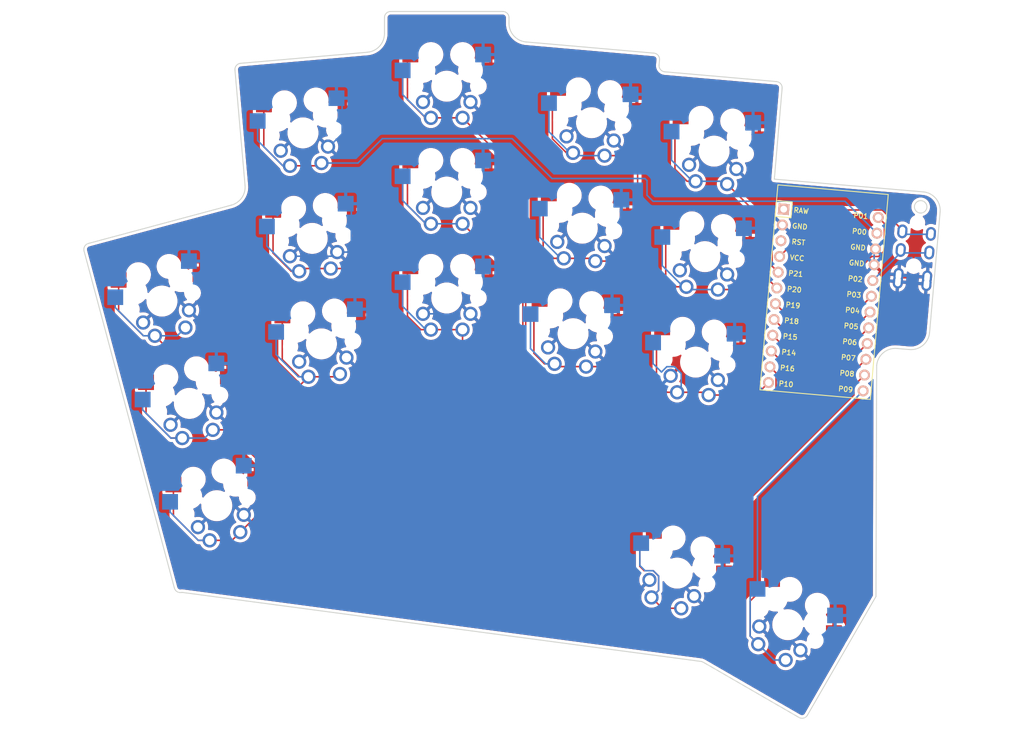
<source format=kicad_pcb>
(kicad_pcb (version 20211014) (generator pcbnew)
  (title_block (title "architeuthis_dux") (rev "v1.0.0") (company "Unknown"))
  (layers (0 "F.Cu" signal) (31 "B.Cu" signal) (34 "B.Paste" user) (35 "F.Paste" user) (36 "B.SilkS" user "B.Silkscreen") (37 "F.SilkS" user "F.Silkscreen") (38 "B.Mask" user) (39 "F.Mask" user) (44 "Edge.Cuts" user))
  (net 0 "")
  (net 1 "P7")
  (net 2 "GND")
  (net 3 "P6")
  (net 4 "P5")
  (net 5 "P4")
  (net 6 "P3")
  (net 7 "P0")
  (net 8 "P1")
  (net 9 "P19")
  (net 10 "P18")
  (net 11 "P15")
  (net 12 "P14")
  (net 13 "P16")
  (net 14 "P10")
  (net 15 "P20")
  (net 16 "P21")
  (net 17 "P8")
  (net 18 "P9")
  (net 19 "RAW")
  (net 20 "RST")
  (net 21 "VCC")
  (net 22 "P2")
  (footprint "MX" (layer "F.Cu") (at 4.800229 -32.262217 15)
    (fp_text reference "S5" hide)
    (fp_text value "" hide)
  )
  (footprint "MX" (layer "F.Cu") (at 70.798781 -27.030529 175)
    (fp_text reference "S20" hide)
    (fp_text value "" hide)
  )
  (footprint "MX" (layer "F.Cu") (at 73.762076 -60.901149 -5)
    (fp_text reference "S23" hide)
    (fp_text value "" hide)
  )
  (footprint "MX" (layer "F.Cu") (at 9.200153 -15.841478 15)
    (fp_text reference "S3" hide)
    (fp_text value "" hide)
  )
  (footprint "MX" (layer "F.Cu") (at 93.439029 -56.335482 175)
    (fp_text reference "S30" hide)
    (fp_text value "" hide)
  )
  (footprint "MX" (layer "F.Cu") (at 50.517133 -32.761886)
    (fp_text reference "S13" hide)
    (fp_text value "" hide)
  )
  (footprint "MX" (layer "F.Cu") (at 72.280429 -43.965839 175)
    (fp_text reference "S22" hide)
    (fp_text value "" hide)
  )
  (footprint "MX" (layer "F.Cu") (at 13.600076 0.579261 15)
    (fp_text reference "S1" hide)
    (fp_text value "" hide)
  )
  (footprint "MX" (layer "F.Cu") (at 27.438374 -59.266753 5)
    (fp_text reference "S11" hide)
    (fp_text value "" hide)
  )
  (footprint "MX" (layer "F.Cu") (at 91.957381 -39.400172 175)
    (fp_text reference "S28" hide)
    (fp_text value "" hide)
  )
  (footprint "MX" (layer "F.Cu") (at 105.264709 19.683777 150)
    (fp_text reference "S34" hide)
    (fp_text value "" hide)
  )
  (footprint "ProMicro" (layer "F.Cu") (at 110.988912 -32.436308 -95)
    (fp_text reference "MCU1" hide)
    (fp_text value "" hide)
  )
  (footprint "MX" (layer "F.Cu") (at 50.517133 -66.761886 180)
    (fp_text reference "S18" hide)
    (fp_text value "" hide)
  )
  (footprint "MX" (layer "F.Cu") (at 9.200153 -15.841478 -165)
    (fp_text reference "S4" hide)
    (fp_text value "" hide)
  )
  (footprint "MX" (layer "F.Cu") (at 87.512438 11.405757 -20)
    (fp_text reference "S31" hide)
    (fp_text value "" hide)
  )
  (footprint "MX" (layer "F.Cu") (at 91.957381 -39.400172 -5)
    (fp_text reference "S27" hide)
    (fp_text value "" hide)
  )
  (footprint "MX" (layer "F.Cu") (at 93.439029 -56.335482 -5)
    (fp_text reference "S29" hide)
    (fp_text value "" hide)
  )
  (footprint "MX" (layer "F.Cu") (at 4.800229 -32.262217 -165)
    (fp_text reference "S6" hide)
    (fp_text value "" hide)
  )
  (footprint "MX" (layer "F.Cu") (at 50.517133 -32.761886 180)
    (fp_text reference "S14" hide)
    (fp_text value "" hide)
  )
  (footprint "MX" (layer "F.Cu") (at 30.401669 -25.396133 -175)
    (fp_text reference "S8" hide)
    (fp_text value "" hide)
  )
  (footprint "MX" (layer "F.Cu") (at 87.512438 11.405757 160)
    (fp_text reference "S32" hide)
    (fp_text value "" hide)
  )
  (footprint "MX" (layer "F.Cu") (at 72.280429 -43.965839 -5)
    (fp_text reference "S21" hide)
    (fp_text value "" hide)
  )
  (footprint "TRRS-PJ-320A-dual" (layer "F.Cu") (at 128.52 -46.24 -5)
    (fp_text reference "REF**")
    (fp_text value "TRRS-PJ-320A-dual")
  )
  (footprint "MX" (layer "F.Cu") (at 90.475734 -22.464862 -5)
    (fp_text reference "S25" hide)
    (fp_text value "" hide)
  )
  (footprint "MX" (layer "F.Cu") (at 50.517133 -49.761886)
    (fp_text reference "S15" hide)
    (fp_text value "" hide)
  )
  (footprint "MX" (layer "F.Cu") (at 30.401669 -25.396133 5)
    (fp_text reference "S7" hide)
    (fp_text value "" hide)
  )
  (footprint "MX" (layer "F.Cu") (at 50.517133 -49.761886 180)
    (fp_text reference "S16" hide)
    (fp_text value "" hide)
  )
  (footprint "MX" (layer "F.Cu") (at 28.920021 -42.331443 -175)
    (fp_text reference "S10" hide)
    (fp_text value "" hide)
  )
  (footprint "MX" (layer "F.Cu") (at 28.920021 -42.331443 5)
    (fp_text reference "S9" hide)
    (fp_text value "" hide)
  )
  (footprint "MX" (layer "F.Cu") (at 13.600076 0.579261 -165)
    (fp_text reference "S2" hide)
    (fp_text value "" hide)
  )
  (footprint "MX" (layer "F.Cu") (at 70.798781 -27.030529 -5)
    (fp_text reference "S19" hide)
    (fp_text value "" hide)
  )
  (footprint "MX" (layer "F.Cu") (at 73.762076 -60.901149 175)
    (fp_text reference "S24" hide)
    (fp_text value "" hide)
  )
  (footprint "MX" (layer "F.Cu") (at 105.264709 19.683777 -30)
    (fp_text reference "S33" hide)
    (fp_text value "" hide)
  )
  (footprint "MX" (layer "F.Cu") (at 50.517133 -66.761886)
    (fp_text reference "S17" hide)
    (fp_text value "" hide)
  )
  (footprint "MX" (layer "F.Cu") (at 90.475734 -22.464862 175)
    (fp_text reference "S26" hide)
    (fp_text value "" hide)
  )
  (footprint "MX" (layer "F.Cu") (at 27.438374 -59.266753 -175)
    (fp_text reference "S12" hide)
    (fp_text value "" hide)
  )
  (gr_arc (start 119.539691 -21.929736) (mid 120.599913 -23.966402) (end 122.789743 -24.656852) (layer "Edge.Cuts") (width 0.15))
  (gr_line (start 124.782132 -24.482541) (end 122.789743 -24.656852) (layer "Edge.Cuts") (width 0.15))
  (gr_line (start 59.517133 -78.761886) (end 41.517133 -78.761886) (layer "Edge.Cuts") (width 0.15))
  (gr_line (start -6.998932 -41.523956) (end 15.926514 -47.66681) (layer "Edge.Cuts") (width 0.15))
  (gr_arc (start 59.517133 -78.761886) (mid 60.22424 -78.468993) (end 60.517133 -77.761886) (layer "Edge.Cuts") (width 0.15))
  (gr_line (start -3.306115 -23.878472) (end 6.787827 13.792636) (layer "Edge.Cuts") (width 0.15))
  (gr_arc (start 91.413261 25.595674) (mid 91.655056 25.695829) (end 91.887201 25.816676) (layer "Edge.Cuts") (width 0.15))
  (gr_arc (start 40.517133 -77.761886) (mid 40.810026 -78.468993) (end 41.517133 -78.761886) (layer "Edge.Cuts") (width 0.15))
  (gr_arc (start 83.773698 -72.071083) (mid 84.452586 -71.717676) (end 84.682736 -70.987733) (layer "Edge.Cuts") (width 0.15))
  (gr_line (start 108.424963 34.210057) (end 119.424963 15.157498) (layer "Edge.Cuts") (width 0.15))
  (gr_arc (start 40.517133 -75.205829) (mid 39.728966 -73.179058) (end 37.778601 -72.217244) (layer "Edge.Cuts") (width 0.15))
  (gr_line (start 17.426753 -70.436688) (end 37.778601 -72.217244) (layer "Edge.Cuts") (width 0.15))
  (gr_line (start 8.012573 14.499741) (end 91.413262 25.595674) (layer "Edge.Cuts") (width 0.15))
  (gr_arc (start 128.032183 -27.209658) (mid 126.971962 -25.172992) (end 124.782132 -24.482541) (layer "Edge.Cuts") (width 0.15))
  (gr_line (start 128.032183 -27.209658) (end 129.727206 -46.59) (layer "Edge.Cuts") (width 0.15))
  (gr_arc (start 108.424963 34.210057) (mid 107.817757 34.675983) (end 107.058938 34.576082) (layer "Edge.Cuts") (width 0.15))
  (gr_arc (start 85.519145 -69.074221) (mid 84.840257 -69.427628) (end 84.610107 -70.157571) (layer "Edge.Cuts") (width 0.15))
  (gr_line (start 85.519146 -69.07422) (end 103.45065 -67.505417) (layer "Edge.Cuts") (width 0.15))
  (gr_line (start 91.887201 25.816676) (end 107.058938 34.576082) (layer "Edge.Cuts") (width 0.15))
  (gr_arc (start 126.687156 -48.391213) (mid 126.512844 -46.398825) (end 126.687156 -48.391213) (layer "Edge.Cuts") (width 0.15))
  (gr_line (start 60.517133 -76.854763) (end 60.517133 -77.761886) (layer "Edge.Cuts") (width 0.15))
  (gr_line (start 40.517133 -77.761886) (end 40.517133 -75.205828) (layer "Edge.Cuts") (width 0.15))
  (gr_line (start -7.706039 -40.299211) (end -3.306115 -23.878472) (layer "Edge.Cuts") (width 0.15))
  (gr_arc (start 127.000089 -49.799508) (mid 129.022885 -48.754908) (end 129.727206 -46.59) (layer "Edge.Cuts") (width 0.15))
  (gr_arc (start 16.517713 -69.353338) (mid 16.747864 -70.083281) (end 17.426753 -70.436688) (layer "Edge.Cuts") (width 0.15))
  (gr_line (start 119.424963 15.157498) (end 119.539691 -21.929735) (layer "Edge.Cuts") (width 0.15))
  (gr_arc (start 18.138642 -50.826055) (mid 17.607514 -48.843858) (end 15.926514 -47.66681) (layer "Edge.Cuts") (width 0.15))
  (gr_line (start 16.517714 -69.353337) (end 18.138641 -50.826055) (layer "Edge.Cuts") (width 0.15))
  (gr_line (start 103.11 -51.84) (end 127.000089 -49.799508) (layer "Edge.Cuts") (width 0.15))
  (gr_line (start 84.610107 -70.157571) (end 84.682736 -70.987733) (layer "Edge.Cuts") (width 0.15))
  (gr_arc (start -7.706039 -40.299211) (mid -7.606138 -41.05803) (end -6.998932 -41.523956) (layer "Edge.Cuts") (width 0.15))
  (gr_arc (start 63.255666 -73.866179) (mid 61.305301 -74.827992) (end 60.517133 -76.854763) (layer "Edge.Cuts") (width 0.15))
  (gr_arc (start 103.45065 -67.505417) (mid 104.129539 -67.15201) (end 104.359689 -66.422066) (layer "Edge.Cuts") (width 0.15))
  (gr_line (start 63.255666 -73.866178) (end 83.773697 -72.071083) (layer "Edge.Cuts") (width 0.15))
  (gr_arc (start 8.012573 14.499741) (mid 7.253755 14.399841) (end 6.787828 13.792636) (layer "Edge.Cuts") (width 0.15))
  (gr_line (start 103.11 -51.84) (end 104.359689 -66.422066) (layer "Edge.Cuts") (width 0.15))
  (segment (start 16.053527 6.143565) (end 12.461425 6.143565) (width 0.25) (layer "F.Cu") (net 1))
  (segment (start 98.587141 -3.69805) (end 98.597015 -3.707924) (width 0.25) (layer "F.Cu") (net 1))
  (segment (start 6.642337 -2.815621) (end 6.642337 2.159226) (width 0.25) (layer "F.Cu") (net 1))
  (segment (start 115.43048 -17.376198) (end 101.757541 -3.703259) (width 0.25) (layer "F.Cu") (net 1))
  (segment (start 10.626676 6.143565) (end 12.461425 6.143565) (width 0.25) (layer "F.Cu") (net 1))
  (segment (start 25.905016 -3.707924) (end 17.368328 4.828764) (width 0.25) (layer "F.Cu") (net 1))
  (segment (start 17.368328 4.828764) (end 16.053527 6.143565) (width 0.25) (layer "F.Cu") (net 1))
  (segment (start 98.252341 -3.703259) (end 98.247676 -3.707924) (width 0.25) (layer "F.Cu") (net 1))
  (segment (start 6.642337 2.159226) (end 10.626676 6.143565) (width 0.25) (layer "F.Cu") (net 1))
  (segment (start 98.597015 -3.707924) (end 98.247676 -3.707924) (width 0.25) (layer "F.Cu") (net 1))
  (segment (start 117.805101 -22.91601) (end 115.43048 -20.541389) (width 0.25) (layer "F.Cu") (net 1))
  (segment (start 101.757541 -3.703259) (end 98.252341 -3.703259) (width 0.25) (layer "F.Cu") (net 1))
  (segment (start 115.43048 -20.541389) (end 115.43048 -17.376198) (width 0.25) (layer "F.Cu") (net 1))
  (segment (start 98.247676 -3.707924) (end 25.905016 -3.707924) (width 0.25) (layer "F.Cu") (net 1))
  (segment (start 6.099091 -0.040458) (end 6.099091 1.61598) (width 0.25) (layer "B.Cu") (net 1))
  (segment (start 10.626676 6.143565) (end 12.461425 6.143565) (width 0.25) (layer "B.Cu") (net 1))
  (segment (start 6.099091 1.61598) (end 10.626676 6.143565) (width 0.25) (layer "B.Cu") (net 1))
  (segment (start 123.331056 -36.411317) (end 120.820056 -36.411317) (width 0.25) (layer "F.Cu") (net 2))
  (segment (start 120.820056 -36.411317) (end 119.133355 -38.098018) (width 0.25) (layer "F.Cu") (net 2))
  (segment (start 127.913551 -36.010401) (end 123.731972 -36.010401) (width 0.25) (layer "F.Cu") (net 2))
  (segment (start 123.731972 -36.010401) (end 123.331056 -36.411317) (width 0.25) (layer "F.Cu") (net 2))
  (segment (start 33.724464 -59.124464) (end 31.668482 -57.068482) (width 0.25) (layer "B.Cu") (net 2))
  (segment (start 48.323579 -30.221886) (end 46.707133 -30.221886) (width 0.25) (layer "B.Cu") (net 2))
  (segment (start 25.345895 -39.469045) (end 32.272771 -39.469045) (width 0.25) (layer "B.Cu") (net 2))
  (segment (start 119.133355 -38.098018) (end 119.133355 -40.406977) (width 0.25) (layer "B.Cu") (net 2))
  (segment (start 33.724464 -63.927514) (end 33.724464 -59.124464) (width 0.25) (layer "B.Cu") (net 2))
  (segment (start 35.206111 -40.785939) (end 34.553344 -40.133172) (width 0.25) (layer "B.Cu") (net 2))
  (segment (start 35.206111 -46.992204) (end 35.206111 -40.785939) (width 0.25) (layer "B.Cu") (net 2))
  (segment (start 34.553344 -40.133172) (end 32.936898 -40.133172) (width 0.25) (layer "B.Cu") (net 2))
  (segment (start 114.98096 -22.400828) (end 118.026477 -25.446345) (width 0.25) (layer "F.Cu") (net 3))
  (segment (start 12.968405 -11.591975) (end 15.318025 -11.591975) (width 0.25) (layer "F.Cu") (net 3))
  (segment (start 2.242414 -19.23636) (end 2.242414 -14.261513) (width 0.25) (layer "F.Cu") (net 3))
  (segment (start 22.752556 -4.157444) (end 101.576008 -4.157444) (width 0.25) (layer "F.Cu") (net 3))
  (segment (start 101.576008 -4.157444) (end 114.98096 -17.562396) (width 0.25) (layer "F.Cu") (net 3))
  (segment (start 6.226753 -10.277174) (end 8.061502 -10.277174) (width 0.25) (layer "F.Cu") (net 3))
  (segment (start 114.98096 -17.562396) (end 114.98096 -22.400828) (width 0.25) (layer "F.Cu") (net 3))
  (segment (start 2.242414 -14.261513) (end 6.226753 -10.277174) (width 0.25) (layer "F.Cu") (net 3))
  (segment (start 15.318025 -11.591975) (end 22.752556 -4.157444) (width 0.25) (layer "F.Cu") (net 3))
  (segment (start 1.699168 -14.804759) (end 6.226753 -10.277174) (width 0.25) (layer "B.Cu") (net 3))
  (segment (start 8.061502 -10.277174) (end 11.653604 -10.277174) (width 0.25) (layer "B.Cu") (net 3))
  (segment (start 1.699168 -16.461197) (end 1.699168 -14.804759) (width 0.25) (layer "B.Cu") (net 3))
  (segment (start 11.653604 -10.277174) (end 12.968405 -11.591975) (width 0.25) (layer "B.Cu") (net 3))
  (segment (start 6.226753 -10.277174) (end 8.061502 -10.277174) (width 0.25) (layer "B.Cu") (net 3))
  (segment (start 114.53144 -17.748594) (end 101.401223 -4.618377) (width 0.25) (layer "F.Cu") (net 4))
  (segment (start 23.171623 -4.618377) (end 19.73 -8.06) (width 0.25) (layer "F.Cu") (net 4))
  (segment (start 114.53144 -24.260267) (end 114.53144 -17.748594) (width 0.25) (layer "F.Cu") (net 4))
  (segment (start 1.826829 -26.697913) (end 3.661578 -26.697913) (width 0.25) (layer "F.Cu") (net 4))
  (segment (start -2.15751 -35.657099) (end -2.15751 -30.682252) (width 0.25) (layer "F.Cu") (net 4))
  (segment (start 118.247852 -27.976679) (end 114.53144 -24.260267) (width 0.25) (layer "F.Cu") (net 4))
  (segment (start 19.73 -25.13) (end 5.229491 -25.13) (width 0.25) (layer "F.Cu") (net 4))
  (segment (start 19.73 -8.06) (end 19.73 -25.13) (width 0.25) (layer "F.Cu") (net 4))
  (segment (start 101.401223 -4.618377) (end 23.171623 -4.618377) (width 0.25) (layer "F.Cu") (net 4))
  (segment (start 5.229491 -25.13) (end 3.661578 -26.697913) (width 0.25) (layer "F.Cu") (net 4))
  (segment (start -2.15751 -30.682252) (end 1.826829 -26.697913) (width 0.25) (layer "F.Cu") (net 4))
  (segment (start 3.661578 -26.697913) (end 7.25368 -26.697913) (width 0.25) (layer "B.Cu") (net 4))
  (segment (start 1.826829 -26.697913) (end 3.661578 -26.697913) (width 0.25) (layer "B.Cu") (net 4))
  (segment (start 7.25368 -26.697913) (end 8.568481 -28.012714) (width 0.25) (layer "B.Cu") (net 4))
  (segment (start -2.700756 -32.881936) (end -2.700756 -31.225498) (width 0.25) (layer "B.Cu") (net 4))
  (segment (start -2.700756 -31.225498) (end 1.826829 -26.697913) (width 0.25) (layer "B.Cu") (net 4))
  (segment (start 101.226648 -5.07952) (end 27.58048 -5.07952) (width 0.25) (layer "F.Cu") (net 5))
  (segment (start 114.08192 -17.934792) (end 101.226648 -5.07952) (width 0.25) (layer "F.Cu") (net 5))
  (segment (start 118.469228 -30.507014) (end 114.08192 -26.119706) (width 0.25) (layer "F.Cu") (net 5))
  (segment (start 28.314086 -20.114088) (end 32.932003 -20.114088) (width 0.25) (layer "F.Cu") (net 5))
  (segment (start 24.115579 -29.924069) (end 24.115579 -22.884421) (width 0.25) (layer "F.Cu") (net 5))
  (segment (start 27.58048 -5.07952) (end 27.01 -5.65) (width 0.25) (layer "F.Cu") (net 5))
  (segment (start 24.115579 -22.884421) (end 26.885912 -20.114088) (width 0.25) (layer "F.Cu") (net 5))
  (segment (start 26.885912 -20.114088) (end 28.314086 -20.114088) (width 0.25) (layer "F.Cu") (net 5))
  (segment (start 27.01 -18.810002) (end 28.314086 -20.114088) (width 0.25) (layer "F.Cu") (net 5))
  (segment (start 27.01 -5.65) (end 27.01 -18.810002) (width 0.25) (layer "F.Cu") (net 5))
  (segment (start 114.08192 -26.119706) (end 114.08192 -17.934792) (width 0.25) (layer "F.Cu") (net 5))
  (segment (start 23.122254 -23.689474) (end 26.69764 -20.114088) (width 0.25) (layer "B.Cu") (net 5))
  (segment (start 26.69764 -20.114088) (end 28.314086 -20.114088) (width 0.25) (layer "B.Cu") (net 5))
  (segment (start 23.122254 -27.308969) (end 23.122254 -23.689474) (width 0.25) (layer "B.Cu") (net 5))
  (segment (start 25.550602 -37.049398) (end 26.832438 -37.049398) (width 0.25) (layer "F.Cu") (net 6))
  (segment (start 40.05 -37.28) (end 40.05 -9.87) (width 0.25) (layer "F.Cu") (net 6))
  (segment (start 27.27519 -37.49215) (end 39.83785 -37.49215) (width 0.25) (layer "F.Cu") (net 6))
  (segment (start 22.633931 -46.859379) (end 22.633931 -39.966069) (width 0.25) (layer "F.Cu") (net 6))
  (segment (start 113.6324 -27.979146) (end 118.690603 -33.037349) (width 0.25) (layer "F.Cu") (net 6))
  (segment (start 22.633931 -39.966069) (end 25.550602 -37.049398) (width 0.25) (layer "F.Cu") (net 6))
  (segment (start 40.05 -9.87) (end 44.39096 -5.52904) (width 0.25) (layer "F.Cu") (net 6))
  (segment (start 39.83785 -37.49215) (end 40.05 -37.28) (width 0.25) (layer "F.Cu") (net 6))
  (segment (start 101.040449 -5.52904) (end 113.6324 -18.120991) (width 0.25) (layer "F.Cu") (net 6))
  (segment (start 113.6324 -18.120991) (end 113.6324 -27.979146) (width 0.25) (layer "F.Cu") (net 6))
  (segment (start 44.39096 -5.52904) (end 101.040449 -5.52904) (width 0.25) (layer "F.Cu") (net 6))
  (segment (start 21.640606 -44.244279) (end 21.640606 -41.098959) (width 0.25) (layer "B.Cu") (net 6))
  (segment (start 25.690167 -37.049398) (end 26.832438 -37.049398) (width 0.25) (layer "B.Cu") (net 6))
  (segment (start 21.640606 -41.098959) (end 25.690167 -37.049398) (width 0.25) (layer "B.Cu") (net 6))
  (segment (start 25.350791 -53.984708) (end 29.968708 -53.984708) (width 0.25) (layer "F.Cu") (net 7))
  (segment (start 21.152284 -63.794689) (end 21.152284 -57.040944) (width 0.25) (layer "F.Cu") (net 7))
  (segment (start 21.152284 -57.040944) (end 24.20852 -53.984708) (width 0.25) (layer "F.Cu") (net 7))
  (segment (start 24.20852 -53.984708) (end 25.350791 -53.984708) (width 0.25) (layer "F.Cu") (net 7))
  (segment (start 36.25746 -54.42746) (end 30.41146 -54.42746) (width 0.25) (layer "B.Cu") (net 7))
  (segment (start 24.20852 -53.984708) (end 25.350791 -53.984708) (width 0.25) (layer "B.Cu") (net 7))
  (segment (start 20.158959 -61.179589) (end 20.158959 -58.034269) (width 0.25) (layer "B.Cu") (net 7))
  (segment (start 82.34 -51.94) (end 67.41 -51.94) (width 0.25) (layer "B.Cu") (net 7))
  (segment (start 61.01 -58.34) (end 40.17 -58.34) (width 0.25) (layer "B.Cu") (net 7))
  (segment (start 114.443658 -48.291135) (end 83.638865 -48.291135) (width 0.25) (layer "B.Cu") (net 7))
  (segment (start 40.17 -58.34) (end 36.25746 -54.42746) (width 0.25) (layer "B.Cu") (net 7))
  (segment (start 82.67 -51.61) (end 82.34 -51.94) (width 0.25) (layer "B.Cu") (net 7))
  (segment (start 67.41 -51.94) (end 61.01 -58.34) (width 0.25) (layer "B.Cu") (net 7))
  (segment (start 119.576106 -43.158687) (end 114.443658 -48.291135) (width 0.25) (layer "B.Cu") (net 7))
  (segment (start 20.158959 -58.034269) (end 24.20852 -53.984708) (width 0.25) (layer "B.Cu") (net 7))
  (segment (start 83.638865 -48.291135) (end 82.67 -49.26) (width 0.25) (layer "B.Cu") (net 7))
  (segment (start 82.67 -49.26) (end 82.67 -51.61) (width 0.25) (layer "B.Cu") (net 7))
  (segment (start 113.18288 -18.307188) (end 100.854252 -5.97856) (width 0.25) (layer "F.Cu") (net 8))
  (segment (start 44.211712 -37.378465) (end 44.211712 -29.830861) (width 0.25) (layer "F.Cu") (net 8))
  (segment (start 120.776917 -40.352335) (end 119.852123 -39.427541) (width 0.25) (layer "F.Cu") (net 8))
  (segment (start 53.057133 -7.432867) (end 53.057133 -27.681886) (width 0.25) (layer "F.Cu") (net 8))
  (segment (start 119.852123 -39.427541) (end 118.717541 -39.427541) (width 0.25) (layer "F.Cu") (net 8))
  (segment (start 54.51144 -5.97856) (end 53.057133 -7.432867) (width 0.25) (layer "F.Cu") (net 8))
  (segment (start 119.797481 -45.689021) (end 120.776917 -44.709585) (width 0.25) (layer "F.Cu") (net 8))
  (segment (start 118.717541 -39.427541) (end 113.18288 -33.89288) (width 0.25) (layer "F.Cu") (net 8))
  (segment (start 120.776917 -44.709585) (end 120.776917 -40.352335) (width 0.25) (layer "F.Cu") (net 8))
  (segment (start 100.854252 -5.97856) (end 54.51144 -5.97856) (width 0.25) (layer "F.Cu") (net 8))
  (segment (start 46.360687 -27.681886) (end 47.977133 -27.681886) (width 0.25) (layer "F.Cu") (net 8))
  (segment (start 44.211712 -29.830861) (end 46.360687 -27.681886) (width 0.25) (layer "F.Cu") (net 8))
  (segment (start 113.18288 -33.89288) (end 113.18288 -18.307188) (width 0.25) (layer "F.Cu") (net 8))
  (segment (start 53.057133 -27.681886) (end 47.977133 -27.681886) (width 0.25) (layer "F.Cu") (net 8))
  (segment (start 43.432133 -31.421511) (end 47.171758 -27.681886) (width 0.25) (layer "B.Cu") (net 8))
  (segment (start 43.432133 -35.301886) (end 43.432133 -31.421511) (width 0.25) (layer "B.Cu") (net 8))
  (segment (start 44.211712 -54.378465) (end 44.211712 -47.641932) (width 0.25) (layer "F.Cu") (net 9))
  (segment (start 63.534282 -19.28) (end 62.74048 -20.073803) (width 0.25) (layer "F.Cu") (net 9))
  (segment (start 62.74048 -34.998539) (end 53.057133 -44.681886) (width 0.25) (layer "F.Cu") (net 9))
  (segment (start 70.34 -19.28) (end 63.534282 -19.28) (width 0.25) (layer "F.Cu") (net 9))
  (segment (start 105.47952 -29.642968) (end 105.47952 -14.866651) (width 0.25) (layer "F.Cu") (net 9))
  (segment (start 105.47952 -14.866651) (end 100.482869 -9.87) (width 0.25) (layer "F.Cu") (net 9))
  (segment (start 62.74048 -20.073803) (end 62.74048 -34.998539) (width 0.25) (layer "F.Cu") (net 9))
  (segment (start 79.75 -9.87) (end 70.34 -19.28) (width 0.25) (layer "F.Cu") (net 9))
  (segment (start 44.211712 -47.641932) (end 47.171758 -44.681886) (width 0.25) (layer "F.Cu") (net 9))
  (segment (start 103.287221 -31.835267) (end 105.47952 -29.642968) (width 0.25) (layer "F.Cu") (net 9))
  (segment (start 100.482869 -9.87) (end 79.75 -9.87) (width 0.25) (layer "F.Cu") (net 9))
  (segment (start 47.977133 -44.681886) (end 53.057133 -44.681886) (width 0.25) (layer "B.Cu") (net 9))
  (segment (start 43.432133 -48.421511) (end 47.171758 -44.681886) (width 0.25) (layer "B.Cu") (net 9))
  (segment (start 43.432133 -52.301886) (end 43.432133 -48.421511) (width 0.25) (layer "B.Cu") (net 9))
  (segment (start 105.03 -27.340778) (end 105.03 -15.052849) (width 0.25) (layer "F.Cu") (net 10))
  (segment (start 63.7 -19.75) (end 63.19 -20.26) (width 0.25) (layer "F.Cu") (net 10))
  (segment (start 44.211712 -71.378465) (end 44.211712 -64.588288) (width 0.25) (layer "F.Cu") (net 10))
  (segment (start 103.065845 -29.304933) (end 105.03 -27.340778) (width 0.25) (layer "F.Cu") (net 10))
  (segment (start 80.07856 -10.37144) (end 70.7 -19.75) (width 0.25) (layer "F.Cu") (net 10))
  (segment (start 100.348591 -10.37144) (end 80.07856 -10.37144) (width 0.25) (layer "F.Cu") (net 10))
  (segment (start 105.03 -15.052849) (end 100.348591 -10.37144) (width 0.25) (layer "F.Cu") (net 10))
  (segment (start 63.19 -51.549019) (end 53.057133 -61.681886) (width 0.25) (layer "F.Cu") (net 10))
  (segment (start 44.211712 -64.588288) (end 47.118114 -61.681886) (width 0.25) (layer "F.Cu") (net 10))
  (segment (start 47.977133 -61.681886) (end 53.057133 -61.681886) (width 0.25) (layer "F.Cu") (net 10))
  (segment (start 70.7 -19.75) (end 63.7 -19.75) (width 0.25) (layer "F.Cu") (net 10))
  (segment (start 63.19 -20.26) (end 63.19 -51.549019) (width 0.25) (layer "F.Cu") (net 10))
  (segment (start 43.432133 -69.301886) (end 43.432133 -65.421511) (width 0.25) (layer "B.Cu") (net 10))
  (segment (start 43.432133 -65.421511) (end 47.171758 -61.681886) (width 0.25) (layer "B.Cu") (net 10))
  (segment (start 72.886364 -21.748484) (end 80.161831 -21.748484) (width 0.25) (layer "F.Cu") (net 11))
  (segment (start 80.260315 -15.286033) (end 80.260315 -21.65) (width 0.25) (layer "F.Cu") (net 11))
  (segment (start 72.886364 -21.748484) (end 68.268447 -21.748484) (width 0.25) (layer "F.Cu") (net 11))
  (segment (start 78.43096 -13.456677) (end 80.260315 -15.286033) (width 0.25) (layer "F.Cu") (net 11))
  (segment (start 64.512691 -23.887794) (end 66.209249 -22.191236) (width 0.25) (layer "F.Cu") (net 11))
  (segment (start 66.209249 -22.191236) (end 67.825695 -22.191236) (width 0.25) (layer "F.Cu") (net 11))
  (segment (start 104.54952 -15.208086) (end 100.162394 -10.82096) (width 0.25) (layer "F.Cu") (net 11))
  (segment (start 100.162394 -10.82096) (end 80.307604 -10.82096) (width 0.25) (layer "F.Cu") (net 11))
  (segment (start 102.844469 -26.774598) (end 104.54952 -25.069547) (width 0.25) (layer "F.Cu") (net 11))
  (segment (start 80.260315 -21.65) (end 80.161831 -21.748484) (width 0.25) (layer "F.Cu") (net 11))
  (segment (start 64.512691 -31.69129) (end 64.512691 -23.887794) (width 0.25) (layer "F.Cu") (net 11))
  (segment (start 104.54952 -25.069547) (end 104.54952 -15.208086) (width 0.25) (layer "F.Cu") (net 11))
  (segment (start 78.43096 -12.697604) (end 78.43096 -13.456677) (width 0.25) (layer "F.Cu") (net 11))
  (segment (start 80.307604 -10.82096) (end 78.43096 -12.697604) (width 0.25) (layer "F.Cu") (net 11))
  (segment (start 63.962117 -24.637883) (end 66.408764 -22.191236) (width 0.25) (layer "B.Cu") (net 11))
  (segment (start 63.962117 -30.178362) (end 63.962117 -24.637883) (width 0.25) (layer "B.Cu") (net 11))
  (segment (start 66.408764 -22.191236) (end 67.825695 -22.191236) (width 0.25) (layer "B.Cu") (net 11))
  (segment (start 80.106206 -38.683794) (end 74.368012 -38.683794) (width 0.25) (layer "F.Cu") (net 12))
  (segment (start 80.493802 -11.27048) (end 78.88048 -12.883802) (width 0.25) (layer "F.Cu") (net 12))
  (segment (start 65.994339 -48.6266) (end 65.994339 -40.823104) (width 0.25) (layer "F.Cu") (net 12))
  (segment (start 67.690897 -39.126546) (end 69.307343 -39.126546) (width 0.25) (layer "F.Cu") (net 12))
  (segment (start 99.976197 -11.27048) (end 80.493802 -11.27048) (width 0.25) (layer "F.Cu") (net 12))
  (segment (start 104.1 -22.767358) (end 104.1 -15.394283) (width 0.25) (layer "F.Cu") (net 12))
  (segment (start 80.709835 -38.080165) (end 80.106206 -38.683794) (width 0.25) (layer "F.Cu") (net 12))
  (segment (start 69.307343 -39.126546) (end 73.92526 -39.126546) (width 0.25) (layer "F.Cu") (net 12))
  (segment (start 102.623094 -24.244264) (end 104.1 -22.767358) (width 0.25) (layer "F.Cu") (net 12))
  (segment (start 65.994339 -40.823104) (end 67.690897 -39.126546) (width 0.25) (layer "F.Cu") (net 12))
  (segment (start 78.88048 -13.27048) (end 80.709835 -15.099835) (width 0.25) (layer "F.Cu") (net 12))
  (segment (start 80.709835 -15.099835) (end 80.709835 -38.080165) (width 0.25) (layer "F.Cu") (net 12))
  (segment (start 104.1 -15.394283) (end 99.976197 -11.27048) (width 0.25) (layer "F.Cu") (net 12))
  (segment (start 78.88048 -12.883802) (end 78.88048 -13.27048) (width 0.25) (layer "F.Cu") (net 12))
  (segment (start 65.443765 -47.113672) (end 65.443765 -42.51198) (width 0.25) (layer "B.Cu") (net 12))
  (segment (start 65.443765 -42.51198) (end 68.829199 -39.126546) (width 0.25) (layer "B.Cu") (net 12))
  (segment (start 99.79 -11.72) (end 80.68 -11.72) (width 0.25) (layer "F.Cu") (net 13))
  (segment (start 103.381154 -15.311154) (end 99.79 -11.72) (width 0.25) (layer "F.Cu") (net 13))
  (segment (start 69.738144 -56.061856) (end 70.78899 -56.061856) (width 0.25) (layer "F.Cu") (net 13))
  (segment (start 102.401718 -21.713929) (end 103.381154 -20.734493) (width 0.25) (layer "F.Cu") (net 13))
  (segment (start 67.475986 -58.324014) (end 69.738144 -56.061856) (width 0.25) (layer "F.Cu") (net 13))
  (segment (start 80.580896 -55.619104) (end 75.849659 -55.619104) (width 0.25) (layer "F.Cu") (net 13))
  (segment (start 103.381154 -20.734493) (end 103.381154 -15.311154) (width 0.25) (layer "F.Cu") (net 13))
  (segment (start 79.33 -13.07) (end 81.159355 -14.899355) (width 0.25) (layer "F.Cu") (net 13))
  (segment (start 80.68 -11.72) (end 79.33 -13.07) (width 0.25) (layer "F.Cu") (net 13))
  (segment (start 67.475986 -65.56191) (end 67.475986 -58.324014) (width 0.25) (layer "F.Cu") (net 13))
  (segment (start 81.159355 -14.899355) (end 81.159355 -55.040645) (width 0.25) (layer "F.Cu") (net 13))
  (segment (start 81.159355 -55.040645) (end 80.580896 -55.619104) (width 0.25) (layer "F.Cu") (net 13))
  (segment (start 66.925412 -59.44729) (end 70.310846 -56.061856) (width 0.25) (layer "B.Cu") (net 13))
  (segment (start 66.925412 -64.048982) (end 66.925412 -59.44729) (width 0.25) (layer "B.Cu") (net 13))
  (segment (start 75.849659 -55.619104) (end 71.231742 -55.619104) (width 0.25) (layer "B.Cu") (net 13))
  (segment (start 92.563317 -17.182817) (end 100.179565 -17.182817) (width 0.25) (layer "F.Cu") (net 14))
  (segment (start 85.886202 -17.625569) (end 87.502648 -17.625569) (width 0.25) (layer "F.Cu") (net 14))
  (segment (start 87.502648 -17.625569) (end 92.120565 -17.625569) (width 0.25) (layer "F.Cu") (net 14))
  (segment (start 84.189644 -27.125623) (end 84.189644 -19.322127) (width 0.25) (layer "F.Cu") (net 14))
  (segment (start 100.179565 -17.182817) (end 102.180343 -19.183595) (width 0.25) (layer "F.Cu") (net 14))
  (segment (start 84.189644 -19.322127) (end 85.886202 -17.625569) (width 0.25) (layer "F.Cu") (net 14))
  (segment (start 83.63907 -25.612695) (end 83.63907 -22.226731) (width 0.25) (layer "B.Cu") (net 14))
  (segment (start 85.850993 -21.734102) (end 87.066721 -21.734102) (width 0.25) (layer "B.Cu") (net 14))
  (segment (start 83.63907 -22.226731) (end 84.991346 -20.874455) (width 0.25) (layer "B.Cu") (net 14))
  (segment (start 84.991346 -20.874455) (end 85.850993 -21.734102) (width 0.25) (layer "B.Cu") (net 14))
  (segment (start 87.066721 -21.734102) (end 88.16 -20.640823) (width 0.25) (layer "B.Cu") (net 14))
  (segment (start 88.16 -20.640823) (end 88.16 -18.282921) (width 0.25) (layer "B.Cu") (net 14))
  (segment (start 85.671291 -36.257437) (end 87.367849 -34.560879) (width 0.25) (layer "F.Cu") (net 15))
  (segment (start 85.671291 -44.060933) (end 85.671291 -36.257437) (width 0.25) (layer "F.Cu") (net 15))
  (segment (start 87.367849 -34.560879) (end 88.984295 -34.560879) (width 0.25) (layer "F.Cu") (net 15))
  (segment (start 102.24 -35.634198) (end 100.723929 -34.118127) (width 0.25) (layer "F.Cu") (net 15))
  (segment (start 100.723929 -34.118127) (end 94.044964 -34.118127) (width 0.25) (layer "F.Cu") (net 15))
  (segment (start 103.508596 -34.365602) (end 102.24 -35.634198) (width 0.25) (layer "F.Cu") (net 15))
  (segment (start 94.044964 -34.118127) (end 89.427047 -34.118127) (width 0.25) (layer "B.Cu") (net 15))
  (segment (start 88.506151 -34.560879) (end 85.120717 -37.946313) (width 0.25) (layer "B.Cu") (net 15))
  (segment (start 85.120717 -37.946313) (end 85.120717 -42.548005) (width 0.25) (layer "B.Cu") (net 15))
  (segment (start 89.103811 -51.496189) (end 90.465943 -51.496189) (width 0.25) (layer "F.Cu") (net 16))
  (segment (start 103.729972 -36.895937) (end 102.750536 -37.875373) (width 0.25) (layer "F.Cu") (net 16))
  (segment (start 87.152939 -60.996243) (end 87.152939 -53.447061) (width 0.25) (layer "F.Cu") (net 16))
  (segment (start 87.152939 -53.447061) (end 89.103811 -51.496189) (width 0.25) (layer "F.Cu") (net 16))
  (segment (start 102.750536 -43.829513) (end 95.526612 -51.053437) (width 0.25) (layer "F.Cu") (net 16))
  (segment (start 102.750536 -37.875373) (end 102.750536 -43.829513) (width 0.25) (layer "F.Cu") (net 16))
  (segment (start 86.602365 -59.483315) (end 86.602365 -54.881623) (width 0.25) (layer "B.Cu") (net 16))
  (segment (start 86.602365 -54.881623) (end 89.987799 -51.496189) (width 0.25) (layer "B.Cu") (net 16))
  (segment (start 90.465943 -51.496189) (end 95.08386 -51.496189) (width 0.25) (layer "B.Cu") (net 16))
  (segment (start 115.88 -18.681951) (end 115.88 -17.19) (width 0.25) (layer "F.Cu") (net 17))
  (segment (start 85.125619 17.048127) (end 88.161795 17.048127) (width 0.25) (layer "F.Cu") (net 17))
  (segment (start 84.530989 14.167831) (end 83.388156 15.310664) (width 0.25) (layer "F.Cu") (net 17))
  (segment (start 83.388156 15.310664) (end 85.125619 17.048127) (width 0.25) (layer "F.Cu") (net 17))
  (segment (start 81.513378 6.880875) (end 81.513378 10.313378) (width 0.25) (layer "F.Cu") (net 17))
  (segment (start 84.530989 11.881616) (end 84.530989 14.167831) (width 0.25) (layer "F.Cu") (net 17))
  (segment (start 115.88 -17.19) (end 96.530842 2.159158) (width 0.25) (layer "F.Cu") (net 17))
  (segment (start 83.760216 4.634037) (end 81.513378 6.880875) (width 0.25) (layer "F.Cu") (net 17))
  (segment (start 96.530842 2.159158) (end 86.235095 2.159158) (width 0.25) (layer "F.Cu") (net 17))
  (segment (start 83.671342 11.021969) (end 84.530989 11.881616) (width 0.25) (layer "F.Cu") (net 17))
  (segment (start 86.235095 2.159158) (end 83.760216 4.634037) (width 0.25) (layer "F.Cu") (net 17))
  (segment (start 82.221969 11.021969) (end 83.671342 11.021969) (width 0.25) (layer "F.Cu") (net 17))
  (segment (start 81.513378 10.313378) (end 82.221969 11.021969) (width 0.25) (layer "F.Cu") (net 17))
  (segment (start 117.583725 -20.385676) (end 115.88 -18.681951) (width 0.25) (layer "F.Cu") (net 17))
  (segment (start 81.513378 6.805794) (end 81.513378 10.175882) (width 0.25) (layer "B.Cu") (net 17))
  (segment (start 84.530989 11.881616) (end 84.530989 14.167831) (width 0.25) (layer "B.Cu") (net 17))
  (segment (start 83.671342 11.021969) (end 84.530989 11.881616) (width 0.25) (layer "B.Cu") (net 17))
  (segment (start 82.359465 11.021969) (end 83.671342 11.021969) (width 0.25) (layer "B.Cu") (net 17))
  (segment (start 84.530989 14.167831) (end 83.388156 15.310664) (width 0.25) (layer "B.Cu") (net 17))
  (segment (start 81.513378 10.175882) (end 82.359465 11.021969) (width 0.25) (layer "B.Cu") (net 17))
  (segment (start 99.227641 15.881116) (end 99.227641 21.515823) (width 0.25) (layer "F.Cu") (net 18))
  (segment (start 102.745389 12.363368) (end 99.227641 15.881116) (width 0.25) (layer "F.Cu") (net 18))
  (segment (start 99.227641 21.515823) (end 100.525004 22.813186) (width 0.25) (layer "F.Cu") (net 18))
  (segment (start 99.227641 21.515823) (end 100.525004 22.813186) (width 0.25) (layer "B.Cu") (net 18))
  (segment (start 100.525004 22.813186) (end 103.065004 25.353186) (width 0.25) (layer "B.Cu") (net 18))
  (segment (start 100.398919 13.941572) (end 99.227641 15.11285) (width 0.25) (layer "B.Cu") (net 18))
  (segment (start 99.227641 15.11285) (end 99.227641 21.515823) (width 0.25) (layer "B.Cu") (net 18))
  (segment (start 100.398919 -0.89191) (end 117.36235 -17.855341) (width 0.25) (layer "B.Cu") (net 18))
  (segment (start 100.398919 13.941572) (end 100.398919 -0.89191) (width 0.25) (layer "B.Cu") (net 18))
  (segment (start 103.065004 25.353186) (end 104.924414 25.353186) (width 0.25) (layer "B.Cu") (net 18))
  (segment (start 120.435994 -46.889832) (end 111.414908 -46.889832) (width 0.25) (layer "F.Cu") (net 21))
  (segment (start 111.414908 -46.889832) (end 103.951347 -39.426271) (width 0.25) (layer "F.Cu") (net 21))
  (segment (start 123.941146 -43.38468) (end 120.435994 -46.889832) (width 0.25) (layer "F.Cu") (net 21))
  (segment (start 128.523642 -42.983764) (end 124.342062 -42.983764) (width 0.25) (layer "B.Cu") (net 21))
  (segment (start 124.342062 -42.983764) (end 123.941146 -43.38468) (width 0.25) (layer "B.Cu") (net 21))
  (segment (start 123.679679 -40.335383) (end 118.911979 -35.567683) (width 0.25) (layer "B.Cu") (net 22))
  (segment (start 128.262174 -39.99518) (end 124.080595 -39.99518) (width 0.25) (layer "B.Cu") (net 22))
  (segment (start 124.080595 -39.99518) (end 123.679679 -40.396096) (width 0.25) (layer "B.Cu") (net 22))
  (zone (net 2) (net_name "GND") (layers F&B.Cu) (connect_pads (clearance 0.508)) (min_thickness 0.254) (fill yes (thermal_gap 0.508) (thermal_bridge_width 0.508))
    (polygon (pts (xy 142.4 -80.4) (xy 143.2 40.6) (xy -21.2 37.2) (xy -20.2 -80.6)))
  )
)
</source>
